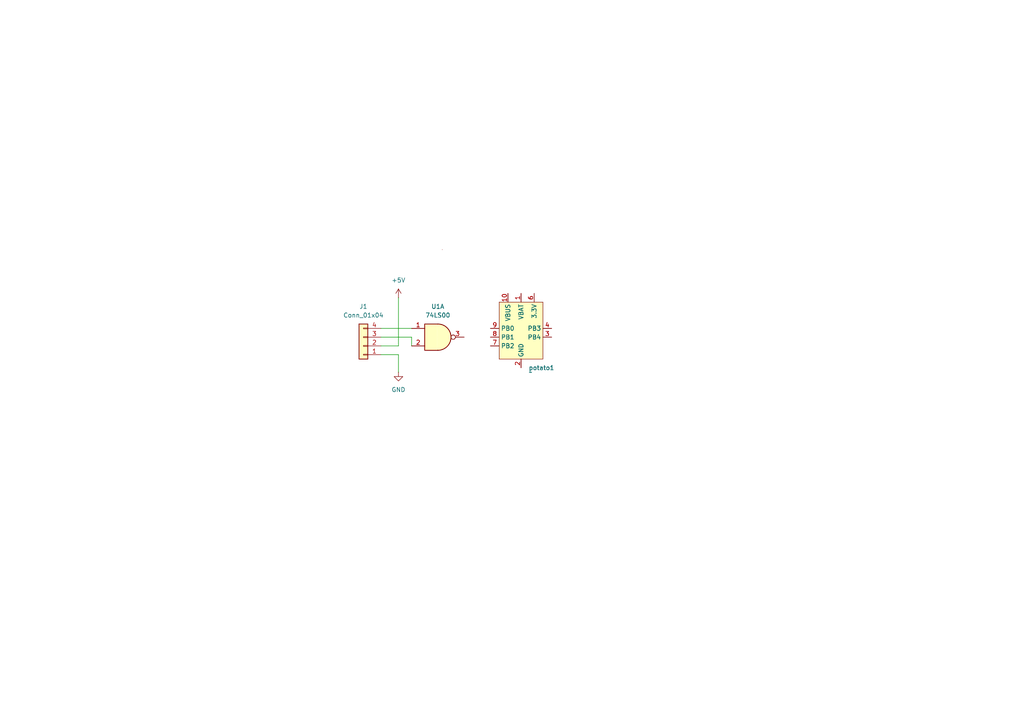
<source format=kicad_sch>
(kicad_sch (version 20231120) (generator "eeschema") (generator_version "8.0")
  (paper "A4")
  (lib_symbols
    (symbol "74xx:74LS00" (pin_names (offset 1.016))
      (property "Reference" "U" (at 0 1.27 0))
      (property "Value" "74LS00" (at 0 -1.27 0))
      (symbol "74LS00_1_1"
        (arc (start 0 -3.81) (mid 3.7934 0) (end 0 3.81) (stroke (width 0.254)) (fill (type background)))
        (polyline (pts (xy 0 3.81) (xy -3.81 3.81) (xy -3.81 -3.81) (xy 0 -3.81)) (stroke (width 0.254)) (fill (type background)))
        (pin input line (at -7.62 2.54 0) (length 3.81) (name "~") (number "1"))
        (pin input line (at -7.62 -2.54 0) (length 3.81) (name "~") (number "2"))
        (pin output inverted (at 7.62 0 180) (length 3.81) (name "~") (number "3"))
      )
      (symbol "74LS00_1_2"
        (arc (start -3.81 -3.81) (mid -2.589 0) (end -3.81 3.81) (stroke (width 0.254)))
        (arc (start -0.6096 -3.81) (mid 2.1842 -2.5851) (end 3.81 0) (stroke (width 0.254)) (fill (type background)))
        (polyline (pts (xy -3.81 -3.81) (xy -0.635 -3.81)) (stroke (width 0.254)) (fill (type background)))
        (polyline (pts (xy -3.81 3.81) (xy -0.635 3.81)) (stroke (width 0.254)) (fill (type background)))
        (polyline (pts (xy -0.635 3.81) (xy -3.81 3.81) (xy -3.81 3.81) (xy -3.556 3.4036) (xy -3.0226 2.2606) (xy -2.6924 1.0414) (xy -2.6162 -0.254) (xy -2.7686 -1.4986) (xy -3.175 -2.7178) (xy -3.81 -3.81) (xy -3.81 -3.81) (xy -0.635 -3.81)) (stroke (width -25.4)) (fill (type background)))
        (arc (start 3.81 0) (mid 2.1915 2.5936) (end -0.6096 3.81) (stroke (width 0.254)) (fill (type background)))
        (pin input inverted (at -7.62 2.54 0) (length 4.318) (name "~") (number "1"))
        (pin input inverted (at -7.62 -2.54 0) (length 4.318) (name "~") (number "2"))
        (pin output line (at 7.62 0 180) (length 3.81) (name "~") (number "3"))
      )
      (symbol "74LS00_2_1"
        (arc (start 0 -3.81) (mid 3.7934 0) (end 0 3.81) (stroke (width 0.254)) (fill (type background)))
        (polyline (pts (xy 0 3.81) (xy -3.81 3.81) (xy -3.81 -3.81) (xy 0 -3.81)) (stroke (width 0.254)) (fill (type background)))
        (pin input line (at -7.62 2.54 0) (length 3.81) (name "~") (number "4"))
        (pin input line (at -7.62 -2.54 0) (length 3.81) (name "~") (number "5"))
        (pin output inverted (at 7.62 0 180) (length 3.81) (name "~") (number "6"))
      )
      (symbol "74LS00_2_2"
        (arc (start -3.81 -3.81) (mid -2.589 0) (end -3.81 3.81) (stroke (width 0.254)))
        (arc (start -0.6096 -3.81) (mid 2.1842 -2.5851) (end 3.81 0) (stroke (width 0.254)) (fill (type background)))
        (polyline (pts (xy -3.81 -3.81) (xy -0.635 -3.81)) (stroke (width 0.254)) (fill (type background)))
        (polyline (pts (xy -3.81 3.81) (xy -0.635 3.81)) (stroke (width 0.254)) (fill (type background)))
        (polyline (pts (xy -0.635 3.81) (xy -3.81 3.81) (xy -3.81 3.81) (xy -3.556 3.4036) (xy -3.0226 2.2606) (xy -2.6924 1.0414) (xy -2.6162 -0.254) (xy -2.7686 -1.4986) (xy -3.175 -2.7178) (xy -3.81 -3.81) (xy -3.81 -3.81) (xy -0.635 -3.81)) (stroke (width -25.4)) (fill (type background)))
        (arc (start 3.81 0) (mid 2.1915 2.5936) (end -0.6096 3.81) (stroke (width 0.254)) (fill (type background)))
        (pin input inverted (at -7.62 2.54 0) (length 4.318) (name "~") (number "4"))
        (pin input inverted (at -7.62 -2.54 0) (length 4.318) (name "~") (number "5"))
        (pin output line (at 7.62 0 180) (length 3.81) (name "~") (number "6"))
      )
      (symbol "74LS00_3_1"
        (arc (start 0 -3.81) (mid 3.7934 0) (end 0 3.81) (stroke (width 0.254)) (fill (type background)))
        (polyline (pts (xy 0 3.81) (xy -3.81 3.81) (xy -3.81 -3.81) (xy 0 -3.81)) (stroke (width 0.254)) (fill (type background)))
        (pin input line (at -7.62 -2.54 0) (length 3.81) (name "~") (number "10"))
        (pin output inverted (at 7.62 0 180) (length 3.81) (name "~") (number "8"))
        (pin input line (at -7.62 2.54 0) (length 3.81) (name "~") (number "9"))
      )
      (symbol "74LS00_3_2"
        (arc (start -3.81 -3.81) (mid -2.589 0) (end -3.81 3.81) (stroke (width 0.254)))
        (arc (start -0.6096 -3.81) (mid 2.1842 -2.5851) (end 3.81 0) (stroke (width 0.254)) (fill (type background)))
        (polyline (pts (xy -3.81 -3.81) (xy -0.635 -3.81)) (stroke (width 0.254)) (fill (type background)))
        (polyline (pts (xy -3.81 3.81) (xy -0.635 3.81)) (stroke (width 0.254)) (fill (type background)))
        (polyline (pts (xy -0.635 3.81) (xy -3.81 3.81) (xy -3.81 3.81) (xy -3.556 3.4036) (xy -3.0226 2.2606) (xy -2.6924 1.0414) (xy -2.6162 -0.254) (xy -2.7686 -1.4986) (xy -3.175 -2.7178) (xy -3.81 -3.81) (xy -3.81 -3.81) (xy -0.635 -3.81)) (stroke (width -25.4)) (fill (type background)))
        (arc (start 3.81 0) (mid 2.1915 2.5936) (end -0.6096 3.81) (stroke (width 0.254)) (fill (type background)))
        (pin input inverted (at -7.62 -2.54 0) (length 4.318) (name "~") (number "10"))
        (pin output line (at 7.62 0 180) (length 3.81) (name "~") (number "8"))
        (pin input inverted (at -7.62 2.54 0) (length 4.318) (name "~") (number "9"))
      )
      (symbol "74LS00_4_1"
        (arc (start 0 -3.81) (mid 3.7934 0) (end 0 3.81) (stroke (width 0.254)) (fill (type background)))
        (polyline (pts (xy 0 3.81) (xy -3.81 3.81) (xy -3.81 -3.81) (xy 0 -3.81)) (stroke (width 0.254)) (fill (type background)))
        (pin output inverted (at 7.62 0 180) (length 3.81) (name "~") (number "11"))
        (pin input line (at -7.62 2.54 0) (length 3.81) (name "~") (number "12"))
        (pin input line (at -7.62 -2.54 0) (length 3.81) (name "~") (number "13"))
      )
      (symbol "74LS00_4_2"
        (arc (start -3.81 -3.81) (mid -2.589 0) (end -3.81 3.81) (stroke (width 0.254)))
        (arc (start -0.6096 -3.81) (mid 2.1842 -2.5851) (end 3.81 0) (stroke (width 0.254)) (fill (type background)))
        (polyline (pts (xy -3.81 -3.81) (xy -0.635 -3.81)) (stroke (width 0.254)) (fill (type background)))
        (polyline (pts (xy -3.81 3.81) (xy -0.635 3.81)) (stroke (width 0.254)) (fill (type background)))
        (polyline (pts (xy -0.635 3.81) (xy -3.81 3.81) (xy -3.81 3.81) (xy -3.556 3.4036) (xy -3.0226 2.2606) (xy -2.6924 1.0414) (xy -2.6162 -0.254) (xy -2.7686 -1.4986) (xy -3.175 -2.7178) (xy -3.81 -3.81) (xy -3.81 -3.81) (xy -0.635 -3.81)) (stroke (width -25.4)) (fill (type background)))
        (arc (start 3.81 0) (mid 2.1915 2.5936) (end -0.6096 3.81) (stroke (width 0.254)) (fill (type background)))
        (pin output line (at 7.62 0 180) (length 3.81) (name "~") (number "11"))
        (pin input inverted (at -7.62 2.54 0) (length 4.318) (name "~") (number "12"))
        (pin input inverted (at -7.62 -2.54 0) (length 4.318) (name "~") (number "13"))
      )
      (symbol "74LS00_5_0"
        (pin power_in line (at 0 12.7 270) (length 5.08) (name "VCC") (number "14"))
        (pin power_in line (at 0 -12.7 90) (length 5.08) (name "GND") (number "7"))
      )
      (symbol "74LS00_5_1"
        (rectangle (start -5.08 7.62) (end 5.08 -7.62) (stroke (width 0.254)) (fill (type background)))
      )
    )
    (symbol "Connector_Generic:Conn_01x04" (pin_names (offset 1.016) hide)
      (property "Reference" "J" (at 0 5.08 0))
      (property "Value" "Conn_01x04" (at 0 -7.62 0))
      (symbol "Conn_01x04_1_1"
        (rectangle (start -1.27 -4.953) (end 0 -5.207) (stroke (width 0.1524)))
        (rectangle (start -1.27 -2.413) (end 0 -2.667) (stroke (width 0.1524)))
        (rectangle (start -1.27 0.127) (end 0 -0.127) (stroke (width 0.1524)))
        (rectangle (start -1.27 2.667) (end 0 2.413) (stroke (width 0.1524)))
        (rectangle (start -1.27 3.81) (end 1.27 -6.35) (stroke (width 0.254)) (fill (type background)))
        (pin passive line (at -5.08 2.54 0) (length 3.81) (name "Pin_1") (number "1"))
        (pin passive line (at -5.08 0 0) (length 3.81) (name "Pin_2") (number "2"))
        (pin passive line (at -5.08 -2.54 0) (length 3.81) (name "Pin_3") (number "3"))
        (pin passive line (at -5.08 -5.08 0) (length 3.81) (name "Pin_4") (number "4"))
      )
    )
    (symbol "adafruit-trinket:adafruit-trinket"
      (property "Reference" "potato" (at -2.286 -1.27 0))
      (symbol "adafruit-trinket_1_1"
        (rectangle (start -15.24 15.24) (end -15.24 15.24))
        (rectangle (start 1.27 0) (end 13.97 -16.51) (fill (type background)))
        (pin input line (at 7.62 2.54 270) (length 2.54) (name "VBAT") (number "1"))
        (pin input line (at 3.81 2.54 270) (length 2.54) (name "VBUS") (number "10"))
        (pin input line (at 7.62 -19.05 90) (length 2.54) (name "GND") (number "2"))
        (pin input line (at 16.51 -10.16 180) (length 2.54) (name "PB4") (number "3"))
        (pin input line (at 16.51 -7.62 180) (length 2.54) (name "PB3") (number "4"))
        (pin input line (at 11.43 2.54 270) (length 2.54) (name "3.3V") (number "6"))
        (pin input line (at -1.27 -12.7 0) (length 2.54) (name "PB2") (number "7"))
        (pin input line (at -1.27 -10.16 0) (length 2.54) (name "PB1") (number "8"))
        (pin input line (at -1.27 -7.62 0) (length 2.54) (name "PB0") (number "9"))
      )
    )
    (symbol "power:+5V" (power) (pin_numbers hide) (pin_names (offset 0) hide)
      (property "Value" "+5V" (at 0 3.556 0))
      (symbol "+5V_0_1"
        (polyline (pts (xy -0.762 1.27) (xy 0 2.54)))
        (polyline (pts (xy 0 0) (xy 0 2.54)))
        (polyline (pts (xy 0 2.54) (xy 0.762 1.27)))
      )
      (symbol "+5V_1_1"
        (pin power_in line (at 0 0 90) (length 0) (name "~") (number "1"))
      )
    )
    (symbol "power:GND" (power) (pin_numbers hide) (pin_names (offset 0) hide)
      (property "Value" "GND" (at 0 -3.81 0))
      (symbol "GND_0_1"
        (polyline (pts (xy 0 0) (xy 0 -1.27) (xy 1.27 -1.27) (xy 0 -2.54) (xy -1.27 -1.27) (xy 0 -1.27)))
      )
      (symbol "GND_1_1"
        (pin power_in line (at 0 0 270) (length 0) (name "~") (number "1"))
      )
    )
  )
  (wire (pts (xy 110.49 95.25) (xy 119.38 95.25)))
  (wire (pts (xy 115.57 86.36) (xy 115.57 100.33)))
  (wire (pts (xy 119.38 97.79) (xy 119.38 100.33)))
  (wire (pts (xy 115.57 100.33) (xy 110.49 100.33)))
  (wire (pts (xy 115.57 102.87) (xy 115.57 107.95)))
  (wire (pts (xy 110.49 97.79) (xy 119.38 97.79)))
  (wire (pts (xy 110.49 102.87) (xy 115.57 102.87)))
  (symbol (lib_id "adafruit-trinket:adafruit-trinket") (at 143.51 87.63 0) (unit 1)
    (property "Reference" "potato1" (at 153.3241 106.68 0) (effects (justify left)))
    (property "Value" "~" (at 153.3241 107.95 0) (effects (justify left)))
  )
  (symbol (lib_id "74xx:74LS00") (at 127 97.79 0) (unit 1)
    (property "Reference" "U1" (at 126.9917 88.9 0))
    (property "Value" "74LS00" (at 126.9917 91.44 0))
    (property "Datasheet" "http://www.ti.com/lit/gpn/sn74ls00" (effects (hide yes)))
    (property "Description" "quad 2-input NAND gate" (effects (hide yes)))
  )
  (symbol (lib_id "Connector_Generic:Conn_01x04") (at 105.41 100.33 180) (unit 1)
    (property "Reference" "J1" (at 105.41 88.9 0))
    (property "Value" "Conn_01x04" (at 105.41 91.44 0))
    (property "Footprint" "Connector:FanPinHeader_1x04_P2.54mm_Vertical" (effects (hide yes)))
    (property "Description" "Generic connector, single row, 01x04, script generated (kicad-library-utils/schlib/autogen/connector/)" (effects (hide yes)))
  )
  (symbol (lib_id "power:GND") (at 115.57 107.95 0) (unit 1)
    (property "Reference" "#PWR02" (effects (hide yes)))
    (property "Value" "GND" (at 115.57 113.03 0))
    (property "Description" "Power symbol creates a global label with name \"GND\" , ground" (effects (hide yes)))
  )
  (symbol (lib_id "power:+5V") (at 115.57 86.36 0) (unit 1)
    (property "Reference" "#PWR01" (effects (hide yes)))
    (property "Value" "+5V" (at 115.57 81.28 0))
    (property "Description" "Power symbol creates a global label with name \"+5V\"" (effects (hide yes)))
  )
)
</source>
